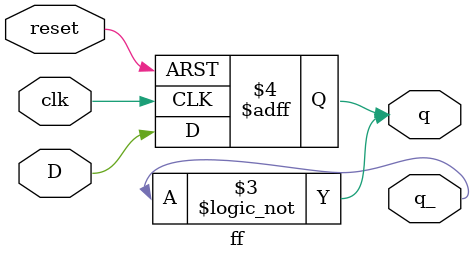
<source format=v>
module ff(
	input D,
	input clk,
	input reset,
	output reg q,
	output reg q_
);
	always @(posedge clk, negedge reset) begin
		if(!reset) begin
			q <= 0;
		end
		else begin
			q <= D;
		end
	end
	assign q = !q_;
endmodule
</source>
